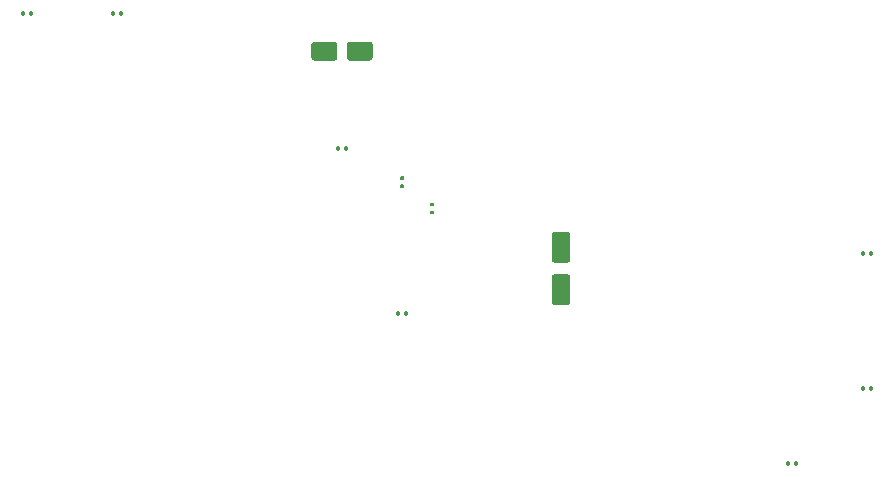
<source format=gbr>
%TF.GenerationSoftware,KiCad,Pcbnew,(5.1.10)-1*%
%TF.CreationDate,2021-11-07T17:04:32-05:00*%
%TF.ProjectId,kicad,6b696361-642e-46b6-9963-61645f706362,rev?*%
%TF.SameCoordinates,Original*%
%TF.FileFunction,Paste,Top*%
%TF.FilePolarity,Positive*%
%FSLAX46Y46*%
G04 Gerber Fmt 4.6, Leading zero omitted, Abs format (unit mm)*
G04 Created by KiCad (PCBNEW (5.1.10)-1) date 2021-11-07 17:04:32*
%MOMM*%
%LPD*%
G01*
G04 APERTURE LIST*
G04 APERTURE END LIST*
%TO.C,R9*%
G36*
G01*
X220214000Y-138329500D02*
X220214000Y-138530500D01*
G75*
G02*
X220134500Y-138610000I-79500J0D01*
G01*
X219975500Y-138610000D01*
G75*
G02*
X219896000Y-138530500I0J79500D01*
G01*
X219896000Y-138329500D01*
G75*
G02*
X219975500Y-138250000I79500J0D01*
G01*
X220134500Y-138250000D01*
G75*
G02*
X220214000Y-138329500I0J-79500D01*
G01*
G37*
G36*
G01*
X219524000Y-138329500D02*
X219524000Y-138530500D01*
G75*
G02*
X219444500Y-138610000I-79500J0D01*
G01*
X219285500Y-138610000D01*
G75*
G02*
X219206000Y-138530500I0J79500D01*
G01*
X219206000Y-138329500D01*
G75*
G02*
X219285500Y-138250000I79500J0D01*
G01*
X219444500Y-138250000D01*
G75*
G02*
X219524000Y-138329500I0J-79500D01*
G01*
G37*
%TD*%
%TO.C,R6*%
G36*
G01*
X186186000Y-125830500D02*
X186186000Y-125629500D01*
G75*
G02*
X186265500Y-125550000I79500J0D01*
G01*
X186424500Y-125550000D01*
G75*
G02*
X186504000Y-125629500I0J-79500D01*
G01*
X186504000Y-125830500D01*
G75*
G02*
X186424500Y-125910000I-79500J0D01*
G01*
X186265500Y-125910000D01*
G75*
G02*
X186186000Y-125830500I0J79500D01*
G01*
G37*
G36*
G01*
X186876000Y-125830500D02*
X186876000Y-125629500D01*
G75*
G02*
X186955500Y-125550000I79500J0D01*
G01*
X187114500Y-125550000D01*
G75*
G02*
X187194000Y-125629500I0J-79500D01*
G01*
X187194000Y-125830500D01*
G75*
G02*
X187114500Y-125910000I-79500J0D01*
G01*
X186955500Y-125910000D01*
G75*
G02*
X186876000Y-125830500I0J79500D01*
G01*
G37*
%TD*%
%TO.C,R5*%
G36*
G01*
X186589500Y-114806000D02*
X186790500Y-114806000D01*
G75*
G02*
X186870000Y-114885500I0J-79500D01*
G01*
X186870000Y-115044500D01*
G75*
G02*
X186790500Y-115124000I-79500J0D01*
G01*
X186589500Y-115124000D01*
G75*
G02*
X186510000Y-115044500I0J79500D01*
G01*
X186510000Y-114885500D01*
G75*
G02*
X186589500Y-114806000I79500J0D01*
G01*
G37*
G36*
G01*
X186589500Y-114116000D02*
X186790500Y-114116000D01*
G75*
G02*
X186870000Y-114195500I0J-79500D01*
G01*
X186870000Y-114354500D01*
G75*
G02*
X186790500Y-114434000I-79500J0D01*
G01*
X186589500Y-114434000D01*
G75*
G02*
X186510000Y-114354500I0J79500D01*
G01*
X186510000Y-114195500D01*
G75*
G02*
X186589500Y-114116000I79500J0D01*
G01*
G37*
%TD*%
%TO.C,r4*%
G36*
G01*
X189129500Y-116336000D02*
X189330500Y-116336000D01*
G75*
G02*
X189410000Y-116415500I0J-79500D01*
G01*
X189410000Y-116574500D01*
G75*
G02*
X189330500Y-116654000I-79500J0D01*
G01*
X189129500Y-116654000D01*
G75*
G02*
X189050000Y-116574500I0J79500D01*
G01*
X189050000Y-116415500D01*
G75*
G02*
X189129500Y-116336000I79500J0D01*
G01*
G37*
G36*
G01*
X189129500Y-117026000D02*
X189330500Y-117026000D01*
G75*
G02*
X189410000Y-117105500I0J-79500D01*
G01*
X189410000Y-117264500D01*
G75*
G02*
X189330500Y-117344000I-79500J0D01*
G01*
X189129500Y-117344000D01*
G75*
G02*
X189050000Y-117264500I0J79500D01*
G01*
X189050000Y-117105500D01*
G75*
G02*
X189129500Y-117026000I79500J0D01*
G01*
G37*
%TD*%
%TO.C,R3*%
G36*
G01*
X181106000Y-111860500D02*
X181106000Y-111659500D01*
G75*
G02*
X181185500Y-111580000I79500J0D01*
G01*
X181344500Y-111580000D01*
G75*
G02*
X181424000Y-111659500I0J-79500D01*
G01*
X181424000Y-111860500D01*
G75*
G02*
X181344500Y-111940000I-79500J0D01*
G01*
X181185500Y-111940000D01*
G75*
G02*
X181106000Y-111860500I0J79500D01*
G01*
G37*
G36*
G01*
X181796000Y-111860500D02*
X181796000Y-111659500D01*
G75*
G02*
X181875500Y-111580000I79500J0D01*
G01*
X182034500Y-111580000D01*
G75*
G02*
X182114000Y-111659500I0J-79500D01*
G01*
X182114000Y-111860500D01*
G75*
G02*
X182034500Y-111940000I-79500J0D01*
G01*
X181875500Y-111940000D01*
G75*
G02*
X181796000Y-111860500I0J79500D01*
G01*
G37*
%TD*%
%TO.C,R2*%
G36*
G01*
X162056000Y-100430500D02*
X162056000Y-100229500D01*
G75*
G02*
X162135500Y-100150000I79500J0D01*
G01*
X162294500Y-100150000D01*
G75*
G02*
X162374000Y-100229500I0J-79500D01*
G01*
X162374000Y-100430500D01*
G75*
G02*
X162294500Y-100510000I-79500J0D01*
G01*
X162135500Y-100510000D01*
G75*
G02*
X162056000Y-100430500I0J79500D01*
G01*
G37*
G36*
G01*
X162746000Y-100430500D02*
X162746000Y-100229500D01*
G75*
G02*
X162825500Y-100150000I79500J0D01*
G01*
X162984500Y-100150000D01*
G75*
G02*
X163064000Y-100229500I0J-79500D01*
G01*
X163064000Y-100430500D01*
G75*
G02*
X162984500Y-100510000I-79500J0D01*
G01*
X162825500Y-100510000D01*
G75*
G02*
X162746000Y-100430500I0J79500D01*
G01*
G37*
%TD*%
%TO.C,R1*%
G36*
G01*
X154436000Y-100430500D02*
X154436000Y-100229500D01*
G75*
G02*
X154515500Y-100150000I79500J0D01*
G01*
X154674500Y-100150000D01*
G75*
G02*
X154754000Y-100229500I0J-79500D01*
G01*
X154754000Y-100430500D01*
G75*
G02*
X154674500Y-100510000I-79500J0D01*
G01*
X154515500Y-100510000D01*
G75*
G02*
X154436000Y-100430500I0J79500D01*
G01*
G37*
G36*
G01*
X155126000Y-100430500D02*
X155126000Y-100229500D01*
G75*
G02*
X155205500Y-100150000I79500J0D01*
G01*
X155364500Y-100150000D01*
G75*
G02*
X155444000Y-100229500I0J-79500D01*
G01*
X155444000Y-100430500D01*
G75*
G02*
X155364500Y-100510000I-79500J0D01*
G01*
X155205500Y-100510000D01*
G75*
G02*
X155126000Y-100430500I0J79500D01*
G01*
G37*
%TD*%
%TO.C,D2*%
G36*
G01*
X225556000Y-132180500D02*
X225556000Y-131979500D01*
G75*
G02*
X225635500Y-131900000I79500J0D01*
G01*
X225794500Y-131900000D01*
G75*
G02*
X225874000Y-131979500I0J-79500D01*
G01*
X225874000Y-132180500D01*
G75*
G02*
X225794500Y-132260000I-79500J0D01*
G01*
X225635500Y-132260000D01*
G75*
G02*
X225556000Y-132180500I0J79500D01*
G01*
G37*
G36*
G01*
X226246000Y-132180500D02*
X226246000Y-131979500D01*
G75*
G02*
X226325500Y-131900000I79500J0D01*
G01*
X226484500Y-131900000D01*
G75*
G02*
X226564000Y-131979500I0J-79500D01*
G01*
X226564000Y-132180500D01*
G75*
G02*
X226484500Y-132260000I-79500J0D01*
G01*
X226325500Y-132260000D01*
G75*
G02*
X226246000Y-132180500I0J79500D01*
G01*
G37*
%TD*%
%TO.C,D1*%
G36*
G01*
X226564000Y-120549500D02*
X226564000Y-120750500D01*
G75*
G02*
X226484500Y-120830000I-79500J0D01*
G01*
X226325500Y-120830000D01*
G75*
G02*
X226246000Y-120750500I0J79500D01*
G01*
X226246000Y-120549500D01*
G75*
G02*
X226325500Y-120470000I79500J0D01*
G01*
X226484500Y-120470000D01*
G75*
G02*
X226564000Y-120549500I0J-79500D01*
G01*
G37*
G36*
G01*
X225874000Y-120549500D02*
X225874000Y-120750500D01*
G75*
G02*
X225794500Y-120830000I-79500J0D01*
G01*
X225635500Y-120830000D01*
G75*
G02*
X225556000Y-120750500I0J79500D01*
G01*
X225556000Y-120549500D01*
G75*
G02*
X225635500Y-120470000I79500J0D01*
G01*
X225794500Y-120470000D01*
G75*
G02*
X225874000Y-120549500I0J-79500D01*
G01*
G37*
%TD*%
%TO.C,C2*%
G36*
G01*
X200680000Y-121420000D02*
X199580000Y-121420000D01*
G75*
G02*
X199330000Y-121170000I0J250000D01*
G01*
X199330000Y-119070000D01*
G75*
G02*
X199580000Y-118820000I250000J0D01*
G01*
X200680000Y-118820000D01*
G75*
G02*
X200930000Y-119070000I0J-250000D01*
G01*
X200930000Y-121170000D01*
G75*
G02*
X200680000Y-121420000I-250000J0D01*
G01*
G37*
G36*
G01*
X200680000Y-125020000D02*
X199580000Y-125020000D01*
G75*
G02*
X199330000Y-124770000I0J250000D01*
G01*
X199330000Y-122670000D01*
G75*
G02*
X199580000Y-122420000I250000J0D01*
G01*
X200680000Y-122420000D01*
G75*
G02*
X200930000Y-122670000I0J-250000D01*
G01*
X200930000Y-124770000D01*
G75*
G02*
X200680000Y-125020000I-250000J0D01*
G01*
G37*
%TD*%
%TO.C,C1*%
G36*
G01*
X181995001Y-104075001D02*
X181995001Y-102975001D01*
G75*
G02*
X182245001Y-102725001I250000J0D01*
G01*
X183945001Y-102725001D01*
G75*
G02*
X184195001Y-102975001I0J-250000D01*
G01*
X184195001Y-104075001D01*
G75*
G02*
X183945001Y-104325001I-250000J0D01*
G01*
X182245001Y-104325001D01*
G75*
G02*
X181995001Y-104075001I0J250000D01*
G01*
G37*
G36*
G01*
X178995001Y-104075001D02*
X178995001Y-102975001D01*
G75*
G02*
X179245001Y-102725001I250000J0D01*
G01*
X180945001Y-102725001D01*
G75*
G02*
X181195001Y-102975001I0J-250000D01*
G01*
X181195001Y-104075001D01*
G75*
G02*
X180945001Y-104325001I-250000J0D01*
G01*
X179245001Y-104325001D01*
G75*
G02*
X178995001Y-104075001I0J250000D01*
G01*
G37*
%TD*%
M02*

</source>
